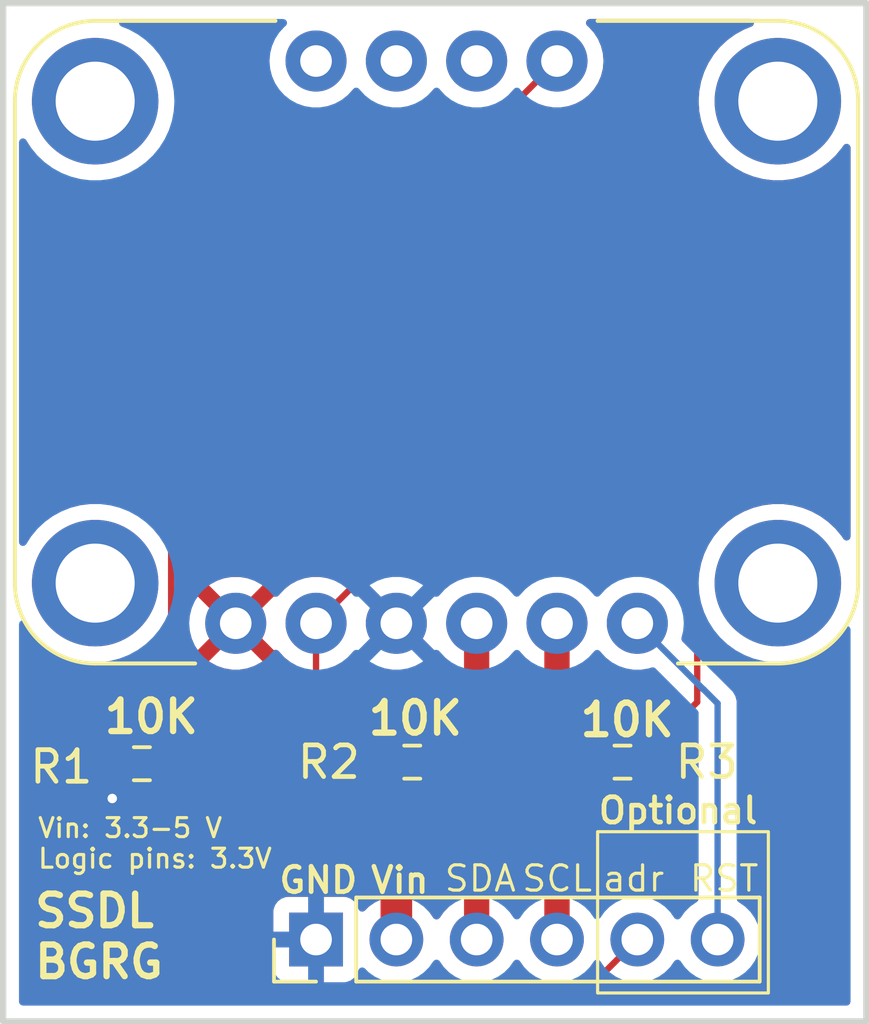
<source format=kicad_pcb>
(kicad_pcb (version 20240108) (generator "pcbnew") (generator_version "8.0")
  (layers (0 "F.Cu" signal) (31 "B.Cu" signal) (34 "B.Paste" user) (35 "F.Paste" user) (36 "B.SilkS" user "B.Silkscreen") (37 "F.SilkS" user "F.Silkscreen") (38 "B.Mask" user) (39 "F.Mask" user) (44 "Edge.Cuts" user))
  (net 0 "")
  (net 1 "gnd")
  (net 2 "Vin")
  (net 3 "scl")
  (net 4 "adr")
  (net 5 "rst")
  (net 6 "sda")
  (net 9 "3V_out")
  (footprint "2472:MODULE_2472" (layer "F.Cu") (at 137.905 98.12)
    (property "Reference" "U1" (hide yes))
    (property "Value" "2472" (hide yes))
    (fp_line (start -13.335 7.62) (end -13.335 -7.62) (stroke (width 0.127)) (layer "F.SilkS"))
    (fp_line (start -10.795 -10.16) (end -5.0952 -10.16) (stroke (width 0.127)) (layer "F.SilkS"))
    (fp_line (start -7.6352 10.16) (end -10.795 10.16) (stroke (width 0.127)) (layer "F.SilkS"))
    (fp_line (start 5.0952 -10.16) (end 10.795 -10.16) (stroke (width 0.127)) (layer "F.SilkS"))
    (fp_line (start 10.795 10.16) (end 7.6352 10.16) (stroke (width 0.127)) (layer "F.SilkS"))
    (fp_line (start 13.335 -7.62) (end 13.335 7.62) (stroke (width 0.127)) (layer "F.SilkS"))
    (fp_arc (start -13.335 -7.62) (mid -12.591051 -9.416051) (end -10.795 -10.16) (stroke (width 0.127)) (layer "F.SilkS"))
    (fp_arc (start -10.795 10.16) (mid -12.591051 9.416051) (end -13.335 7.62) (stroke (width 0.127)) (layer "F.SilkS"))
    (fp_arc (start 10.795 -10.16) (mid 12.591051 -9.416051) (end 13.335 -7.62) (stroke (width 0.127)) (layer "F.SilkS"))
    (fp_arc (start 13.335 7.62) (mid 12.591051 9.416051) (end 10.795 10.16) (stroke (width 0.127)) (layer "F.SilkS"))
    (pad "1" thru_hole circle (at -6.35 8.89) (size 1.9304 1.9304) (drill 1) (layers "*.Cu" "*.Mask") (net 2 "Vin"))
    (pad "2" thru_hole circle (at -3.81 8.89) (size 1.9304 1.9304) (drill 1) (layers "*.Cu" "*.Mask") (net 9 "3V_out"))
    (pad "3" thru_hole circle (at -1.27 8.89) (size 1.9304 1.9304) (drill 1) (layers "*.Cu" "*.Mask") (net 1 "gnd"))
    (pad "4" thru_hole circle (at 1.27 8.89) (size 1.9304 1.9304) (drill 1) (layers "*.Cu" "*.Mask") (net 6 "sda"))
    (pad "5" thru_hole circle (at 3.81 8.89) (size 1.9304 1.9304) (drill 1) (layers "*.Cu" "*.Mask") (net 3 "scl"))
    (pad "6" thru_hole circle (at 6.35 8.89) (size 1.9304 1.9304) (drill 1) (layers "*.Cu" "*.Mask") (net 5 "rst"))
    (pad "7" thru_hole circle (at 3.81 -8.89) (size 1.9304 1.9304) (drill 1) (layers "*.Cu" "*.Mask") (net 4 "adr"))
    (pad "8" thru_hole circle (at 1.27 -8.89) (size 1.9304 1.9304) (drill 1) (layers "*.Cu" "*.Mask"))
    (pad "9" thru_hole circle (at -1.27 -8.89) (size 1.9304 1.9304) (drill 1) (layers "*.Cu" "*.Mask"))
    (pad "10" thru_hole circle (at -3.81 -8.89) (size 1.9304 1.9304) (drill 1) (layers "*.Cu" "*.Mask"))
    (pad "SH1" thru_hole circle (at -10.795 7.62) (size 4 4) (drill 2.5) (layers "*.Cu" "*.Mask"))
    (pad "SH2" thru_hole circle (at 10.795 7.62) (size 4 4) (drill 2.5) (layers "*.Cu" "*.Mask"))
    (pad "SH3" thru_hole circle (at 10.795 -7.62) (size 4 4) (drill 2.5) (layers "*.Cu" "*.Mask"))
    (pad "SH4" thru_hole circle (at -10.795 -7.62) (size 4 4) (drill 2.5) (layers "*.Cu" "*.Mask"))
  )
  (footprint "Resistor_SMD:R_0603_1608Metric_Pad0.98x0.95mm_HandSolder" (layer "F.Cu") (at 143.7875 111.4 180)
    (property "Reference" "R3" (at -2.6625 0 0) (layer "F.SilkS"))
    (property "Value" "10K" (hide yes))
    (fp_line (start -0.254724 0.5225) (end 0.254724 0.5225) (stroke (width 0.12)) (layer "F.SilkS"))
    (fp_line (start -0.254724 -0.5225) (end 0.254724 -0.5225) (stroke (width 0.12)) (layer "F.SilkS"))
    (pad "1" smd roundrect (at -0.9125 0 180) (size 0.975 0.95) (layers "F.Cu" "F.Paste" "F.Mask") (net 9 "3V_out"))
    (pad "2" smd roundrect (at 0.9125 0 180) (size 0.975 0.95) (layers "F.Cu" "F.Paste" "F.Mask") (net 3 "scl"))
  )
  (footprint "Resistor_SMD:R_0603_1608Metric_Pad0.98x0.95mm_HandSolder" (layer "F.Cu") (at 128.5875 111.45)
    (property "Reference" "R1" (at -2.55 0.1 0) (layer "F.SilkS"))
    (property "Value" "10K" (hide yes))
    (fp_line (start -0.254724 -0.5225) (end 0.254724 -0.5225) (stroke (width 0.12)) (layer "F.SilkS"))
    (fp_line (start -0.254724 0.5225) (end 0.254724 0.5225) (stroke (width 0.12)) (layer "F.SilkS"))
    (pad "1" smd roundrect (at -0.9125 0) (size 0.975 0.95) (layers "F.Cu" "F.Paste" "F.Mask") (net 1 "gnd"))
    (pad "2" smd roundrect (at 0.9125 0) (size 0.975 0.95) (layers "F.Cu" "F.Paste" "F.Mask") (net 4 "adr"))
  )
  (footprint "Resistor_SMD:R_0603_1608Metric_Pad0.98x0.95mm_HandSolder" (layer "F.Cu") (at 137.1375 111.4)
    (property "Reference" "R2" (at -2.6375 0 0) (layer "F.SilkS"))
    (property "Value" "10K" (hide yes))
    (fp_line (start -0.254724 -0.5225) (end 0.254724 -0.5225) (stroke (width 0.12)) (layer "F.SilkS"))
    (fp_line (start -0.254724 0.5225) (end 0.254724 0.5225) (stroke (width 0.12)) (layer "F.SilkS"))
    (pad "1" smd roundrect (at -0.9125 0) (size 0.975 0.95) (layers "F.Cu" "F.Paste" "F.Mask") (net 9 "3V_out"))
    (pad "2" smd roundrect (at 0.9125 0) (size 0.975 0.95) (layers "F.Cu" "F.Paste" "F.Mask") (net 6 "sda"))
  )
  (footprint "Connector_PinHeader_2.54mm:PinHeader_1x06_P2.54mm_Vertical" (layer "F.Cu") (at 134.095 117.01 90)
    (property "Reference" "J1" (hide yes))
    (property "Value" "Conn_01x06_Pin" (hide yes))
    (fp_line (start -1.33 -1.33) (end 0 -1.33) (stroke (width 0.12)) (layer "F.SilkS"))
    (fp_line (start -1.33 0) (end -1.33 -1.33) (stroke (width 0.12)) (layer "F.SilkS"))
    (fp_line (start 1.33 1.27) (end 1.33 14.03) (stroke (width 0.12)) (layer "F.SilkS"))
    (fp_line (start -1.33 1.27) (end 1.33 1.27) (stroke (width 0.12)) (layer "F.SilkS"))
    (fp_line (start -1.33 1.27) (end -1.33 14.03) (stroke (width 0.12)) (layer "F.SilkS"))
    (fp_line (start -1.33 14.03) (end 1.33 14.03) (stroke (width 0.12)) (layer "F.SilkS"))
    (pad "1" thru_hole rect (at 0 0 90) (size 1.7 1.7) (drill 1) (layers "*.Cu" "*.Mask") (net 1 "gnd"))
    (pad "2" thru_hole oval (at 0 2.54 90) (size 1.7 1.7) (drill 1) (layers "*.Cu" "*.Mask") (net 2 "Vin"))
    (pad "3" thru_hole oval (at 0 5.08 90) (size 1.7 1.7) (drill 1) (layers "*.Cu" "*.Mask") (net 6 "sda"))
    (pad "4" thru_hole oval (at 0 7.62 90) (size 1.7 1.7) (drill 1) (layers "*.Cu" "*.Mask") (net 3 "scl"))
    (pad "5" thru_hole oval (at 0 10.16 90) (size 1.7 1.7) (drill 1) (layers "*.Cu" "*.Mask") (net 4 "adr"))
    (pad "6" thru_hole oval (at 0 12.7 90) (size 1.7 1.7) (drill 1) (layers "*.Cu" "*.Mask") (net 5 "rst"))
  )
  (gr_rect (start 143 113.6) (end 148.4 118.7) (stroke (width 0.1)) (fill none) (layer "F.SilkS"))
  (gr_rect (start 124.2 87.4) (end 151.5 119.6) (stroke (width 0.2)) (fill none) (layer "Edge.Cuts"))
  (gr_text "10K" (at 142.35 110.65 0) (layer "F.SilkS") (effects (font (size 1 1) (thickness 0.2) (bold yes)) (justify left bottom)))
  (gr_text "SCL\n" (at 140.55 115.55 0) (layer "F.SilkS") (effects (font (size 0.8 0.8) (thickness 0.1)) (justify left bottom)))
  (gr_text "Vin\n" (at 135.75 115.6 0) (layer "F.SilkS") (effects (font (size 0.8 0.8) (thickness 0.15) (bold yes)) (justify left bottom)))
  (gr_text "SDA\n" (at 138.1 115.55 0) (layer "F.SilkS") (effects (font (size 0.8 0.8) (thickness 0.1)) (justify left bottom)))
  (gr_text "10K" (at 135.65 110.6 0) (layer "F.SilkS") (effects (font (size 1 1) (thickness 0.2) (bold yes)) (justify left bottom)))
  (gr_text "adr\n" (at 143.1 115.55 0) (layer "F.SilkS") (effects (font (size 0.8 0.8) (thickness 0.1)) (justify left bottom)))
  (gr_text "Vin: 3.3-5 V\nLogic pins: 3.3V" (at 125.25 114.8 0) (layer "F.SilkS") (effects (font (size 0.6 0.6) (thickness 0.1) (bold yes)) (justify left bottom)))
  (gr_text "10K" (at 127.3 110.55 0) (layer "F.SilkS") (effects (font (size 1 1) (thickness 0.2) (bold yes)) (justify left bottom)))
  (gr_text "RST\n" (at 145.85 115.55 0) (layer "F.SilkS") (effects (font (size 0.8 0.8) (thickness 0.1)) (justify left bottom)))
  (gr_text "Optional" (at 142.95 113.4 0) (layer "F.SilkS") (effects (font (size 0.8 0.8) (thickness 0.15) (bold yes)) (justify left bottom)))
  (gr_text "SSDL\nBGRG" (at 125.1 118.3 0) (layer "F.SilkS") (effects (font (size 1 1) (thickness 0.2) (bold yes)) (justify left bottom)))
  (gr_text "GND" (at 132.85 115.6 0) (layer "F.SilkS") (effects (font (size 0.8 0.8) (thickness 0.15) (bold yes)) (justify left bottom)))
  (segment (start 127.65 112.55) (end 127.65 111.475) (width 0.2) (layer "F.Cu") (net 1))
  (segment (start 127.65 111.475) (end 127.675 111.45) (width 0.2) (layer "F.Cu") (net 1))
  (via (at 127.65 112.55) (size 0.6) (drill 0.3) (layers "F.Cu" "B.Cu") (net 1))
  (segment (start 136.635 115.265) (end 136.65 115.25) (width 0.2) (layer "F.Cu") (net 2))
  (segment (start 136.635 117.01) (end 136.635 115.265) (width 1) (layer "F.Cu") (net 2))
  (segment (start 142.875 111.4) (end 141.715 111.4) (width 0.2) (layer "F.Cu") (net 3))
  (segment (start 141.715 117.01) (end 141.715 111.4) (width 0.8) (layer "F.Cu") (net 3))
  (segment (start 141.715 111.4) (end 141.715 107.01) (width 0.8) (layer "F.Cu") (net 3))
  (segment (start 144.255 117.01) (end 142.365 118.9) (width 0.2) (layer "F.Cu") (net 4))
  (segment (start 129.5125 101.4325) (end 141.715 89.23) (width 0.2) (layer "F.Cu") (net 4))
  (segment (start 129.5125 116.7625) (end 129.5125 112.9) (width 0.2) (layer "F.Cu") (net 4))
  (segment (start 129.5125 112.9) (end 129.5125 101.4325) (width 0.2) (layer "F.Cu") (net 4))
  (segment (start 142.365 118.9) (end 131.65 118.9) (width 0.2) (layer "F.Cu") (net 4))
  (segment (start 131.65 118.9) (end 129.5125 116.7625) (width 0.2) (layer "F.Cu") (net 4))
  (segment (start 146.35 109.1) (end 146.795 109.545) (width 0.2) (layer "B.Cu") (net 5))
  (segment (start 146.795 109.545) (end 146.795 117.01) (width 0.2) (layer "B.Cu") (net 5))
  (segment (start 146.345 109.1) (end 146.35 109.1) (width 0.2) (layer "B.Cu") (net 5))
  (segment (start 144.255 107.01) (end 146.345 109.1) (width 0.2) (layer "B.Cu") (net 5))
  (segment (start 139.0125 107.1725) (end 139.175 107.01) (width 0.2) (layer "F.Cu") (net 6))
  (segment (start 139.125 111.4) (end 139.175 111.45) (width 0.2) (layer "F.Cu") (net 6))
  (segment (start 139.175 111.45) (end 139.175 117.01) (width 0.8) (layer "F.Cu") (net 6))
  (segment (start 139.175 107.01) (end 139.175 111.45) (width 0.8) (layer "F.Cu") (net 6))
  (segment (start 138.05 111.4) (end 139.125 111.4) (width 0.2) (layer "F.Cu") (net 6))
  (segment (start 146.15 106.45) (end 144.85 105.15) (width 0.2) (layer "F.Cu") (net 9))
  (segment (start 135.955 105.15) (end 134.095 107.01) (width 0.2) (layer "F.Cu") (net 9))
  (segment (start 134.095 109.27) (end 136.225 111.4) (width 0.2) (layer "F.Cu") (net 9))
  (segment (start 146.15 109.5) (end 146.15 106.45) (width 0.2) (layer "F.Cu") (net 9))
  (segment (start 134.095 107.01) (end 134.095 109.27) (width 0.2) (layer "F.Cu") (net 9))
  (segment (start 144.85 105.15) (end 135.955 105.15) (width 0.2) (layer "F.Cu") (net 9))
  (segment (start 144.7 111.4) (end 144.7 110.95) (width 0.2) (layer "F.Cu") (net 9))
  (segment (start 144.7 110.95) (end 146.15 109.5) (width 0.2) (layer "F.Cu") (net 9))
  (zone (net 2) (net_name "Vin") (layer "F.Cu") (connect_pads (clearance 0.5)) (min_thickness 0.25) (fill yes (thermal_gap 0.5) (thermal_bridge_width 0.5))
    (polygon (pts (xy 151.5 119.6) (xy 151.5 87.4) (xy 124.2 87.4) (xy 124.2 119.6)))
  )
  (zone (net 1) (net_name "gnd") (layer "B.Cu") (priority 1) (connect_pads (clearance 0.5)) (min_thickness 0.25) (fill yes (thermal_gap 0.5) (thermal_bridge_width 0.5))
    (polygon (pts (xy 151.5 119.6) (xy 151.5 87.4) (xy 124.2 87.4) (xy 124.2 119.6)))
  )
)
</source>
